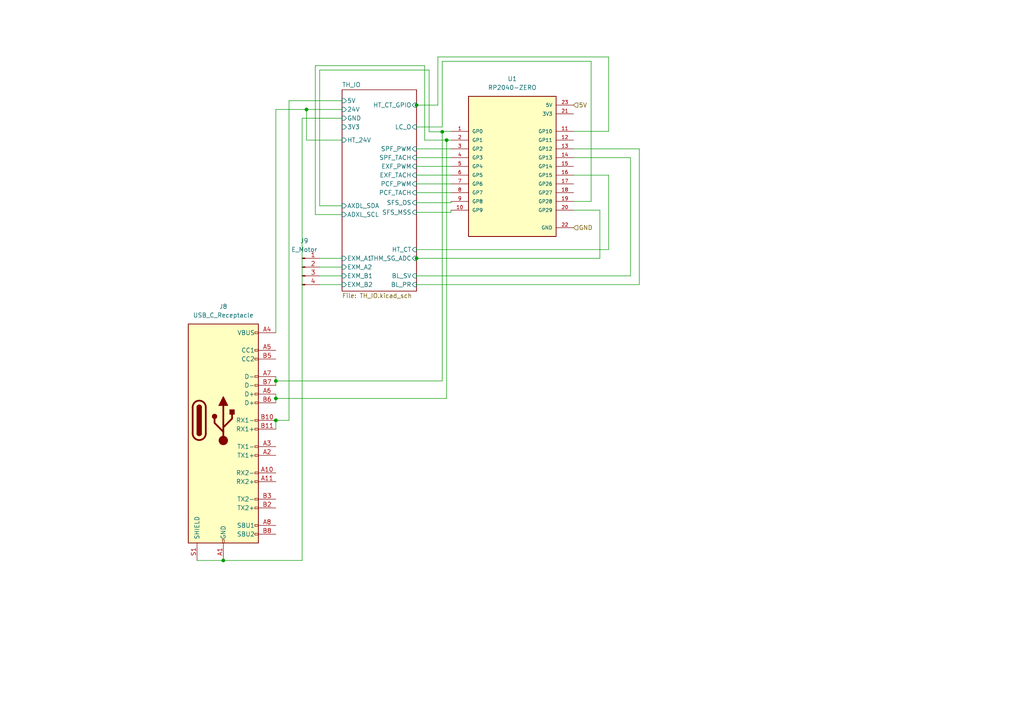
<source format=kicad_sch>
(kicad_sch (version 20250114) (generator "eeschema") (generator_version "9.0")
  (paper "A4")
  (lib_symbols
    (symbol "Connector:Conn_01x04_Pin" (pin_names (offset 1.016) (hide yes))
      (property "Reference" "J" (at 0 5.08 0))
      (property "Value" "Conn_01x04_Pin" (at 0 -7.62 0))
      (symbol "Conn_01x04_Pin_1_1"
        (rectangle (start 0.8636 2.667) (end 0 2.413) (stroke (width 0.1524)) (fill (type outline)))
        (rectangle (start 0.8636 0.127) (end 0 -0.127) (stroke (width 0.1524)) (fill (type outline)))
        (rectangle (start 0.8636 -2.413) (end 0 -2.667) (stroke (width 0.1524)) (fill (type outline)))
        (rectangle (start 0.8636 -4.953) (end 0 -5.207) (stroke (width 0.1524)) (fill (type outline)))
        (polyline (pts (xy 1.27 2.54) (xy 0.8636 2.54)) (stroke (width 0.1524)))
        (polyline (pts (xy 1.27 0) (xy 0.8636 0)) (stroke (width 0.1524)))
        (polyline (pts (xy 1.27 -2.54) (xy 0.8636 -2.54)) (stroke (width 0.1524)))
        (polyline (pts (xy 1.27 -5.08) (xy 0.8636 -5.08)) (stroke (width 0.1524)))
        (pin passive line (at 5.08 2.54 180) (length 3.81) (name "Pin_1") (number "1"))
        (pin passive line (at 5.08 0 180) (length 3.81) (name "Pin_2") (number "2"))
        (pin passive line (at 5.08 -2.54 180) (length 3.81) (name "Pin_3") (number "3"))
        (pin passive line (at 5.08 -5.08 180) (length 3.81) (name "Pin_4") (number "4"))
      )
    )
    (symbol "Connector:USB_C_Receptacle" (pin_names (offset 1.016))
      (property "Reference" "J" (at -10.16 29.21 0))
      (property "Value" "USB_C_Receptacle" (at 10.16 29.21 0))
      (symbol "USB_C_Receptacle_0_0"
        (rectangle (start -0.254 -35.56) (end 0.254 -34.544))
        (rectangle (start 10.16 25.654) (end 9.144 25.146))
        (rectangle (start 10.16 20.574) (end 9.144 20.066))
        (rectangle (start 10.16 18.034) (end 9.144 17.526))
        (rectangle (start 10.16 12.954) (end 9.144 12.446))
        (rectangle (start 10.16 10.414) (end 9.144 9.906))
        (rectangle (start 10.16 7.874) (end 9.144 7.366))
        (rectangle (start 10.16 5.334) (end 9.144 4.826))
        (rectangle (start 10.16 0.254) (end 9.144 -0.254))
        (rectangle (start 10.16 -2.286) (end 9.144 -2.794))
        (rectangle (start 10.16 -7.366) (end 9.144 -7.874))
        (rectangle (start 10.16 -9.906) (end 9.144 -10.414))
        (rectangle (start 10.16 -14.986) (end 9.144 -15.494))
        (rectangle (start 10.16 -17.526) (end 9.144 -18.034))
        (rectangle (start 10.16 -22.606) (end 9.144 -23.114))
        (rectangle (start 10.16 -25.146) (end 9.144 -25.654))
        (rectangle (start 10.16 -30.226) (end 9.144 -30.734))
        (rectangle (start 10.16 -32.766) (end 9.144 -33.274))
      )
      (symbol "USB_C_Receptacle_0_1"
        (rectangle (start -10.16 27.94) (end 10.16 -35.56) (stroke (width 0.254)) (fill (type background)))
        (polyline (pts (xy -8.89 -3.81) (xy -8.89 3.81)) (stroke (width 0.508)))
        (rectangle (start -7.62 -3.81) (end -6.35 3.81) (stroke (width 0.254)) (fill (type outline)))
        (arc (start -7.62 3.81) (mid -6.985 4.4423) (end -6.35 3.81) (stroke (width 0.254)))
        (arc (start -7.62 3.81) (mid -6.985 4.4423) (end -6.35 3.81) (stroke (width 0.254)) (fill (type outline)))
        (arc (start -8.89 3.81) (mid -6.985 5.7067) (end -5.08 3.81) (stroke (width 0.508)))
        (arc (start -5.08 -3.81) (mid -6.985 -5.7067) (end -8.89 -3.81) (stroke (width 0.508)))
        (arc (start -6.35 -3.81) (mid -6.985 -4.4423) (end -7.62 -3.81) (stroke (width 0.254)))
        (arc (start -6.35 -3.81) (mid -6.985 -4.4423) (end -7.62 -3.81) (stroke (width 0.254)) (fill (type outline)))
        (polyline (pts (xy -5.08 3.81) (xy -5.08 -3.81)) (stroke (width 0.508)))
      )
      (symbol "USB_C_Receptacle_1_1"
        (circle (center -2.54 1.143) (radius 0.635) (stroke (width 0.254)) (fill (type outline)))
        (polyline (pts (xy -1.27 4.318) (xy 0 6.858) (xy 1.27 4.318) (xy -1.27 4.318)) (stroke (width 0.254)) (fill (type outline)))
        (polyline (pts (xy 0 -2.032) (xy 2.54 0.508) (xy 2.54 1.778)) (stroke (width 0.508)))
        (polyline (pts (xy 0 -3.302) (xy -2.54 -0.762) (xy -2.54 0.508)) (stroke (width 0.508)))
        (polyline (pts (xy 0 -5.842) (xy 0 4.318)) (stroke (width 0.508)))
        (circle (center 0 -5.842) (radius 1.27) (fill (type outline)))
        (rectangle (start 1.905 1.778) (end 3.175 3.048) (stroke (width 0.254)) (fill (type outline)))
        (pin passive line (at -7.62 -40.64 90) (length 5.08) (name "SHIELD") (number "S1"))
        (pin passive line (at 0 -40.64 90) (length 5.08) (name "GND") (number "A1"))
        (pin passive line (at 0 -40.64 90) (length 5.08) (hide yes) (name "GND") (number "A12"))
        (pin passive line (at 0 -40.64 90) (length 5.08) (hide yes) (name "GND") (number "B1"))
        (pin passive line (at 0 -40.64 90) (length 5.08) (hide yes) (name "GND") (number "B12"))
        (pin passive line (at 15.24 25.4 180) (length 5.08) (name "VBUS") (number "A4"))
        (pin passive line (at 15.24 25.4 180) (length 5.08) (hide yes) (name "VBUS") (number "A9"))
        (pin passive line (at 15.24 25.4 180) (length 5.08) (hide yes) (name "VBUS") (number "B4"))
        (pin passive line (at 15.24 25.4 180) (length 5.08) (hide yes) (name "VBUS") (number "B9"))
        (pin bidirectional line (at 15.24 20.32 180) (length 5.08) (name "CC1") (number "A5"))
        (pin bidirectional line (at 15.24 17.78 180) (length 5.08) (name "CC2") (number "B5"))
        (pin bidirectional line (at 15.24 12.7 180) (length 5.08) (name "D-") (number "A7"))
        (pin bidirectional line (at 15.24 10.16 180) (length 5.08) (name "D-") (number "B7"))
        (pin bidirectional line (at 15.24 7.62 180) (length 5.08) (name "D+") (number "A6"))
        (pin bidirectional line (at 15.24 5.08 180) (length 5.08) (name "D+") (number "B6"))
        (pin bidirectional line (at 15.24 0 180) (length 5.08) (name "RX1-") (number "B10"))
        (pin bidirectional line (at 15.24 -2.54 180) (length 5.08) (name "RX1+") (number "B11"))
        (pin bidirectional line (at 15.24 -7.62 180) (length 5.08) (name "TX1-") (number "A3"))
        (pin bidirectional line (at 15.24 -10.16 180) (length 5.08) (name "TX1+") (number "A2"))
        (pin bidirectional line (at 15.24 -15.24 180) (length 5.08) (name "RX2-") (number "A10"))
        (pin bidirectional line (at 15.24 -17.78 180) (length 5.08) (name "RX2+") (number "A11"))
        (pin bidirectional line (at 15.24 -22.86 180) (length 5.08) (name "TX2-") (number "B3"))
        (pin bidirectional line (at 15.24 -25.4 180) (length 5.08) (name "TX2+") (number "B2"))
        (pin bidirectional line (at 15.24 -30.48 180) (length 5.08) (name "SBU1") (number "A8"))
        (pin bidirectional line (at 15.24 -33.02 180) (length 5.08) (name "SBU2") (number "B8"))
      )
    )
    (symbol "RP2040-ZERO:RP2040-ZERO" (pin_names (offset 1.016))
      (property "Reference" "U" (at -12.7 21.082 0))
      (property "Value" "RP2040-ZERO" (at -12.7 -22.86 0))
      (symbol "RP2040-ZERO_0_0"
        (rectangle (start -12.7 -20.32) (end 12.7 20.32) (stroke (width 0.254)) (fill (type background)))
        (pin bidirectional line (at -17.78 10.16 0) (length 5.08) (name "GP0") (number "1"))
        (pin bidirectional line (at -17.78 7.62 0) (length 5.08) (name "GP1") (number "2"))
        (pin bidirectional line (at -17.78 5.08 0) (length 5.08) (name "GP2") (number "3"))
        (pin bidirectional line (at -17.78 2.54 0) (length 5.08) (name "GP3") (number "4"))
        (pin bidirectional line (at -17.78 0 0) (length 5.08) (name "GP4") (number "5"))
        (pin bidirectional line (at -17.78 -2.54 0) (length 5.08) (name "GP5") (number "6"))
        (pin bidirectional line (at -17.78 -5.08 0) (length 5.08) (name "GP6") (number "7"))
        (pin bidirectional line (at -17.78 -7.62 0) (length 5.08) (name "GP7") (number "8"))
        (pin bidirectional line (at -17.78 -10.16 0) (length 5.08) (name "GP8") (number "9"))
        (pin bidirectional line (at -17.78 -12.7 0) (length 5.08) (name "GP9") (number "10"))
        (pin power_in line (at 17.78 17.78 180) (length 5.08) (name "5V") (number "23"))
        (pin power_in line (at 17.78 15.24 180) (length 5.08) (name "3V3") (number "21"))
        (pin bidirectional line (at 17.78 10.16 180) (length 5.08) (name "GP10") (number "11"))
        (pin bidirectional line (at 17.78 7.62 180) (length 5.08) (name "GP11") (number "12"))
        (pin bidirectional line (at 17.78 5.08 180) (length 5.08) (name "GP12") (number "13"))
        (pin bidirectional line (at 17.78 2.54 180) (length 5.08) (name "GP13") (number "14"))
        (pin bidirectional line (at 17.78 0 180) (length 5.08) (name "GP14") (number "15"))
        (pin bidirectional line (at 17.78 -2.54 180) (length 5.08) (name "GP15") (number "16"))
        (pin bidirectional line (at 17.78 -5.08 180) (length 5.08) (name "GP26") (number "17"))
        (pin bidirectional line (at 17.78 -7.62 180) (length 5.08) (name "GP27") (number "18"))
        (pin bidirectional line (at 17.78 -10.16 180) (length 5.08) (name "GP28") (number "19"))
        (pin bidirectional line (at 17.78 -12.7 180) (length 5.08) (name "GP29") (number "20"))
        (pin power_in line (at 17.78 -17.78 180) (length 5.08) (name "GND") (number "22"))
      )
    )
  )
  (junction (at 80.01 121.92))
  (junction (at 120.8116 74.93))
  (junction (at 64.77 162.56))
  (junction (at 128.27 38.231))
  (junction (at 129.54 40.64))
  (junction (at 80.01 110.49))
  (junction (at 88.9 31.75))
  (junction (at 80.01 115.57))
  (junction (at 120.8116 30.48))
  (wire (pts (xy 120.65 30.48) (xy 120.8116 30.48)))
  (wire (pts (xy 80.01 114.3) (xy 80.01 115.57)))
  (wire (pts (xy 83.82 29.21) (xy 83.82 121.92)))
  (wire (pts (xy 120.8116 36.83) (xy 128.27 36.83)))
  (wire (pts (xy 130.81 48.2589) (xy 130.81 48.26)))
  (wire (pts (xy 128.27 38.1) (xy 130.81 38.1)))
  (wire (pts (xy 120.8116 30.48) (xy 127 30.48)))
  (wire (pts (xy 88.9 31.75) (xy 80.01 31.75)))
  (wire (pts (xy 80.01 110.49) (xy 128.27 110.49)))
  (wire (pts (xy 120.8116 43.1789) (xy 130.81 43.1789)))
  (wire (pts (xy 128.27 36.83) (xy 128.27 17.78)))
  (wire (pts (xy 80.01 121.92) (xy 80.01 124.46)))
  (wire (pts (xy 127 16.51) (xy 176.53 16.51)))
  (wire (pts (xy 120.8116 53.3389) (xy 130.81 53.3389)))
  (wire (pts (xy 166.37 50.8) (xy 176.53 50.8)))
  (wire (pts (xy 92.71 77.47) (xy 99.2216 77.47)))
  (wire (pts (xy 176.53 16.51) (xy 176.53 38.1)))
  (wire (pts (xy 128.27 17.78) (xy 171.45 17.78)))
  (wire (pts (xy 120.8116 50.7989) (xy 130.81 50.7989)))
  (wire (pts (xy 99.06 31.75) (xy 88.9 31.75)))
  (wire (pts (xy 64.77 162.56) (xy 87.63 162.56)))
  (wire (pts (xy 123.19 40.64) (xy 123.19 19.05)))
  (wire (pts (xy 87.63 34.29) (xy 99.2216 34.29)))
  (wire (pts (xy 123.19 19.05) (xy 91.44 19.05)))
  (wire (pts (xy 99.2216 59.69) (xy 92.71 59.69)))
  (wire (pts (xy 120.65 82.55) (xy 185.42 82.55)))
  (wire (pts (xy 130.81 61.5939) (xy 130.81 60.96)))
  (wire (pts (xy 124.46 20.32) (xy 124.46 38.231)))
  (wire (pts (xy 127 30.48) (xy 127 16.51)))
  (wire (pts (xy 57.15 162.56) (xy 64.77 162.56)))
  (wire (pts (xy 80.01 110.49) (xy 80.01 111.76)))
  (wire (pts (xy 182.88 45.72) (xy 166.37 45.72)))
  (wire (pts (xy 171.45 58.42) (xy 166.37 58.42)))
  (wire (pts (xy 120.8116 61.5939) (xy 130.81 61.5939)))
  (wire (pts (xy 130.81 45.7189) (xy 130.81 45.72)))
  (wire (pts (xy 166.37 60.96) (xy 173.99 60.96)))
  (wire (pts (xy 185.42 43.18) (xy 166.37 43.18)))
  (wire (pts (xy 83.82 121.92) (xy 80.01 121.92)))
  (wire (pts (xy 91.44 62.23) (xy 99.2216 62.23)))
  (wire (pts (xy 99.06 29.21) (xy 83.82 29.21)))
  (wire (pts (xy 80.01 115.57) (xy 80.01 116.84)))
  (wire (pts (xy 130.81 55.8789) (xy 130.81 55.88)))
  (wire (pts (xy 92.71 20.32) (xy 124.46 20.32)))
  (wire (pts (xy 92.71 74.93) (xy 99.2216 74.93)))
  (wire (pts (xy 176.53 38.1) (xy 166.37 38.1)))
  (wire (pts (xy 124.46 38.231) (xy 128.27 38.231)))
  (wire (pts (xy 185.42 82.55) (xy 185.42 43.18)))
  (wire (pts (xy 80.01 115.57) (xy 129.54 115.57)))
  (wire (pts (xy 173.99 74.93) (xy 120.8116 74.93)))
  (wire (pts (xy 92.71 80.01) (xy 99.2216 80.01)))
  (wire (pts (xy 176.53 72.3889) (xy 120.8116 72.3889)))
  (wire (pts (xy 120.8116 55.8789) (xy 130.81 55.8789)))
  (wire (pts (xy 176.53 50.8) (xy 176.53 72.3889)))
  (wire (pts (xy 120.8116 45.7189) (xy 130.81 45.7189)))
  (wire (pts (xy 120.65 80.01) (xy 182.88 80.01)))
  (wire (pts (xy 130.81 40.64) (xy 129.54 40.64)))
  (wire (pts (xy 130.81 53.3389) (xy 130.81 53.34)))
  (wire (pts (xy 173.99 60.96) (xy 173.99 74.93)))
  (wire (pts (xy 130.81 58.7896) (xy 130.81 58.42)))
  (wire (pts (xy 128.27 110.49) (xy 128.27 38.231)))
  (wire (pts (xy 80.01 31.75) (xy 80.01 96.52)))
  (wire (pts (xy 88.9 40.64) (xy 99.2216 40.64)))
  (wire (pts (xy 129.54 40.64) (xy 123.19 40.64)))
  (wire (pts (xy 120.8116 58.7896) (xy 130.81 58.7896)))
  (wire (pts (xy 129.54 40.64) (xy 129.54 115.57)))
  (wire (pts (xy 120.8116 74.93) (xy 120.8116 74.9289)))
  (wire (pts (xy 128.27 38.231) (xy 128.27 38.1)))
  (wire (pts (xy 91.44 19.05) (xy 91.44 62.23)))
  (wire (pts (xy 130.81 43.1789) (xy 130.81 43.18)))
  (wire (pts (xy 88.9 31.75) (xy 88.9 40.64)))
  (wire (pts (xy 92.71 82.55) (xy 99.2216 82.55)))
  (wire (pts (xy 87.63 162.56) (xy 87.63 34.29)))
  (wire (pts (xy 80.01 109.22) (xy 80.01 110.49)))
  (wire (pts (xy 120.8116 48.2589) (xy 130.81 48.2589)))
  (wire (pts (xy 130.81 50.7989) (xy 130.81 50.8)))
  (wire (pts (xy 171.45 17.78) (xy 171.45 58.42)))
  (wire (pts (xy 182.88 80.01) (xy 182.88 45.72)))
  (wire (pts (xy 92.71 59.69) (xy 92.71 20.32)))
  (hierarchical_label "5V" (shape input) (at 166.37 30.48 0))
  (hierarchical_label "GND" (shape input) (at 166.37 66.04 0))
  (symbol (lib_id "Connector:USB_C_Receptacle") (at 64.77 121.92 0) (unit 1)
    (property "Reference" "J8" (at 64.77 88.9 0))
    (property "Value" "USB_C_Receptacle" (at 64.77 91.44 0))
    (property "Footprint" "Connector_USB:USB_C_Receptacle_Amphenol_124019772112A" (effects (hide yes)))
    (property "Datasheet" "https://www.usb.org/sites/default/files/documents/usb_type-c.zip" (effects (hide yes)))
    (property "Description" "USB Full-Featured Type-C Receptacle connector" (effects (hide yes)))
  )
  (symbol (lib_id "RP2040-ZERO:RP2040-ZERO") (at 148.59 48.26 0) (unit 1)
    (property "Reference" "U1" (at 148.59 22.86 0))
    (property "Value" "RP2040-ZERO" (at 148.59 25.4 0))
    (property "Footprint" "libraries:MODULE_RP2040-ZERO" (effects (hide yes)))
    (property "MF" "Waveshare Electronics" (effects (hide yes)))
    (property "MAXIMUM_PACKAGE_HEIGHT" "5.35mm" (effects (hide yes)))
    (property "Package" "Package" (effects (hide yes)))
    (property "Price" "None" (effects (hide yes)))
    (property "Check_prices" "https://www.snapeda.com/parts/RP2040-ZERO/Waveshare+Electronics/view-part/?ref=eda" (effects (hide yes)))
    (property "STANDARD" "Manufacturer Recommendations" (effects (hide yes)))
    (property "PARTREV" "NA" (effects (hide yes)))
    (property "SnapEDA_Link" "https://www.snapeda.com/parts/RP2040-ZERO/Waveshare+Electronics/view-part/?ref=snap" (effects (hide yes)))
    (property "MP" "RP2040-ZERO" (effects (hide yes)))
    (property "Description_1" "Low-Cost, High-Performance Pico-Like MCU Board Based On Raspberry Pi Microcontroller RP2040" (effects (hide yes)))
    (property "Availability" "Not in stock" (effects (hide yes)))
    (property "MANUFACTURER" "Waveshare" (effects (hide yes)))
  )
  (symbol (lib_id "Connector:Conn_01x04_Pin") (at 87.63 77.47 0) (unit 1)
    (property "Reference" "J9" (at 88.265 69.85 0))
    (property "Value" "E_Motor" (at 88.265 72.39 0))
    (property "Footprint" "Connector_PinSocket_2.54mm:PinSocket_1x04_P2.54mm_Vertical" (effects (hide yes)))
    (property "Description" "Generic connector, single row, 01x04, script generated" (effects (hide yes)))
  )
  (sheet (at 99.2216 26.0339) (size 21.59 58.42) (stroke (width 0.1524))
    (property "Sheetname" "TH_IO" (at 99.2216 25.3223 0) (effects (justify left bottom)))
    (property "Sheetfile" "TH_IO.kicad_sch" (at 99.2216 85.0385 0) (effects (justify left top)))
    (pin "BL_PR" input (at 120.8116 82.5489 0))
    (pin "BL_SV" input (at 120.8116 80.0089 0))
    (pin "EXF_PWM" input (at 120.8116 48.2589 0))
    (pin "EXF_TACH" input (at 120.8116 50.7989 0))
    (pin "EXM_A1" input (at 99.2216 74.93 180))
    (pin "EXM_A2" input (at 99.2216 77.47 180))
    (pin "EXM_B1" input (at 99.2216 80.01 180))
    (pin "EXM_B2" input (at 99.2216 82.55 180))
    (pin "HT_CT" input (at 120.8116 72.3889 0))
    (pin "PCF_PWM" input (at 120.8116 53.3389 0))
    (pin "PCF_TACH" input (at 120.8116 55.8789 0))
    (pin "SFS_MSS" input (at 120.8116 61.5939 0))
    (pin "SFS_OS" input (at 120.8116 58.7896 0))
    (pin "SPF_PWM" input (at 120.8116 43.1789 0))
    (pin "SPF_TACH" input (at 120.8116 45.7189 0))
    (pin "5V" input (at 99.2216 29.21 180))
    (pin "24V" input (at 99.2216 31.75 180))
    (pin "GND" input (at 99.2216 34.29 180))
    (pin "3V3" input (at 99.2216 36.83 180))
    (pin "ADXL_SCL" input (at 99.2216 62.23 180))
    (pin "AXDL_SDA" input (at 99.2216 59.69 180))
    (pin "HT_24V" input (at 99.2216 40.64 180))
    (pin "HT_CT_GPIO" input (at 120.8116 30.48 0))
    (pin "LC_O" input (at 120.8116 36.83 0))
    (pin "THM_SG_ADC" input (at 120.8116 74.93 0))
  )
)
</source>
